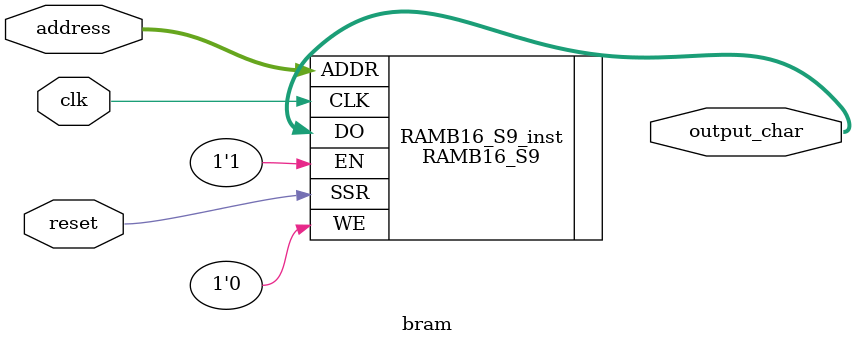
<source format=v>
module bram(clk, reset, address, output_char);
input clk, reset;
input [10:0] address;
output [7:0] output_char;

//  RAMB16_S9  : In order to incorporate this function into the design,
//   Verilog   : the forllowing instance declaration needs to be placed
//  instance   : in the body of the design code.  The instance name
// declaration : (RAMB16_S9_inst) and/or the port declarations within the
//    code     : parenthesis may be changed to properly reference and
//             : connect this function to the design.  All inputs
//             : and outputs must be connected.

//  <-----Cut code below this line---->

   // RAMB16_S9: 2k x 8 + 1 Parity bit Single-Port RAM
   //            Spartan-3E
   // Xilinx HDL Language Template, version 14.7

   RAMB16_S9 #(
      .INIT(9'h000),  // Value of output RAM registers at startup
      .SRVAL(9'h000), // Output value upon SSR assertion
      .WRITE_MODE("NO_CHANGE"), // WRITE_FIRST, READ_FIRST or NO_CHANGE

      // The forllowing INIT_xx declarations specify the initial contents of the RAM
      // Address 0 to 255

      //Theoretical A  B  C  D  E  F  G  H  I  J  K  L  M  N  O  P  a  b  c  d  e  f   g  h  i  j  k  l  m  n  o [ ]
      //Reality     [] o  n  m  l  k  j  i  h  g  f  e  d  c  b  a  P  O  N  M  L  K  J  I  H  G  F  E  D  C  B  A
      .INIT_00(256'h20_6F_6E_6D_6C_6B_6A_69_68_67_66_65_64_63_62_61_50_4F_4E_4D_4C_4B_4A_49_48_47_46_45_44_43_42_41),
      .INIT_01(256'h00_00_00_00_00_00_00_00_00_00_00_00_00_00_00_00_00_00_00_00_00_00_00_00_00_00_00_00_00_00_00_FF),
      //            M  e  r  r  y     C  h  r  i  s  t  m  a  s  ,   y  a     f  i  l  t  h  y     a  n  i  m  a  l
      //            l  a  m  i  n  a     y  h  t  l  i  f     y  a  ,  s  a  m  t  s  i  r  h  C     y  r  r  e  M
      .INIT_02(256'h6C_61_6D_69_6E_61_20_79_68_74_6C_69_66_20_79_61_2C_73_61_6D_74_73_69_72_68_43_20_79_72_72_65_4D)
   ) RAMB16_S9_inst (
      .DO(output_char),      // 8-bit Data Output
      //.DOP(DOP),    // 1-bit parity Output
      .ADDR(address),  // 11-bit Address Input
      .CLK(clk),    // Clock
      //.DI(DI),      // 8-bit Data Input
      //.DIP(DIP),    // 1-bit parity Input
      .EN(1'b1),      // RAM Enable Input
      .SSR(reset),    // Synchronous Set/Reset Input
      .WE(1'b0)       // Write Enable Input
   );

   // End of RAMB16_S9_inst instantiation
endmodule

</source>
